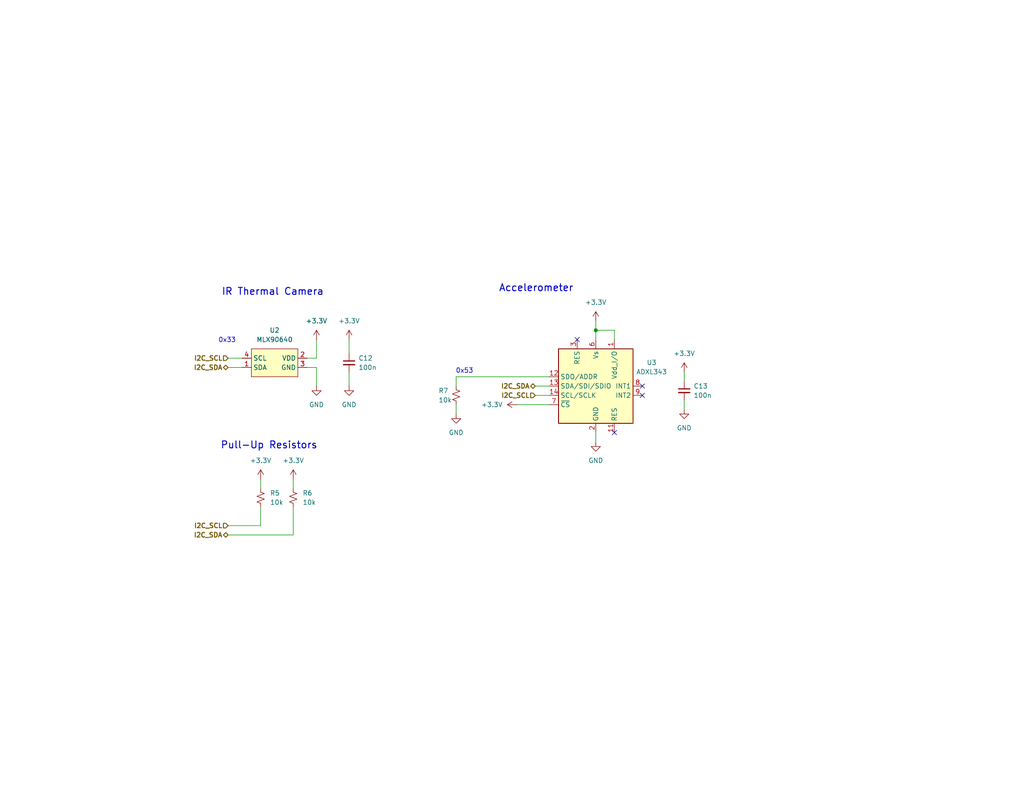
<source format=kicad_sch>
(kicad_sch (version 20250114) (generator "eeschema") (generator_version "9.0")
  (paper "USLetter")
  (title_block (title "Sensors") (rev "1.0"))
  (lib_symbols
    (symbol "Device:C_Small" (pin_numbers (hide yes)) (pin_names (offset 0.254) (hide yes))
      (property "Reference" "C" (at 0.254 1.778 0))
      (property "Value" "C_Small" (at 0.254 -2.032 0))
      (symbol "C_Small_0_1"
        (polyline (pts (xy -1.524 0.508) (xy 1.524 0.508)) (stroke (width 0.3048)))
        (polyline (pts (xy -1.524 -0.508) (xy 1.524 -0.508)) (stroke (width 0.3302)))
      )
      (symbol "C_Small_1_1"
        (pin passive line (at 0 2.54 270) (length 2.032) (name "~") (number "1"))
        (pin passive line (at 0 -2.54 90) (length 2.032) (name "~") (number "2"))
      )
    )
    (symbol "Device:R_Small_US" (pin_numbers (hide yes)) (pin_names (offset 0.254) (hide yes))
      (property "Reference" "R" (at 0.762 0.508 0))
      (property "Value" "R_Small_US" (at 0.762 -1.016 0))
      (symbol "R_Small_US_1_1"
        (polyline (pts (xy 0 1.524) (xy 1.016 1.143) (xy 0 0.762) (xy -1.016 0.381) (xy 0 0)))
        (polyline (pts (xy 0 0) (xy 1.016 -0.381) (xy 0 -0.762) (xy -1.016 -1.143) (xy 0 -1.524)))
        (pin passive line (at 0 2.54 270) (length 1.016) (name "~") (number "1"))
        (pin passive line (at 0 -2.54 90) (length 1.016) (name "~") (number "2"))
      )
    )
    (symbol "Sensor_Motion:ADXL343"
      (property "Reference" "U" (at -8.89 11.43 0))
      (property "Value" "ADXL343" (at -7.62 -11.43 0))
      (symbol "ADXL343_0_1"
        (rectangle (start -10.16 10.16) (end 10.16 -10.16) (stroke (width 0.254)) (fill (type background)))
      )
      (symbol "ADXL343_1_1"
        (pin bidirectional line (at -12.7 2.54 0) (length 2.54) (name "SDO/ADDR") (number "12"))
        (pin bidirectional line (at -12.7 0 0) (length 2.54) (name "SDA/SDI/SDIO") (number "13"))
        (pin input line (at -12.7 -2.54 0) (length 2.54) (name "SCL/SCLK") (number "14"))
        (pin input line (at -12.7 -5.08 0) (length 2.54) (name "~{CS}") (number "7"))
        (pin passive line (at -5.08 12.7 270) (length 2.54) (name "RES") (number "3"))
        (pin no_connect line (at -5.08 -10.16 90) (length 2.54) (hide yes) (name "NC") (number "10"))
        (pin power_in line (at 0 12.7 270) (length 2.54) (name "Vs") (number "6"))
        (pin power_in line (at 0 -12.7 90) (length 2.54) (name "GND") (number "2"))
        (pin passive line (at 0 -12.7 90) (length 2.54) (hide yes) (name "GND") (number "4"))
        (pin passive line (at 0 -12.7 90) (length 2.54) (hide yes) (name "GND") (number "5"))
        (pin power_in line (at 5.08 12.7 270) (length 2.54) (name "Vdd_I/O") (number "1"))
        (pin passive line (at 5.08 -12.7 90) (length 2.54) (name "RES") (number "11"))
        (pin output line (at 12.7 0 180) (length 2.54) (name "INT1") (number "8"))
        (pin output line (at 12.7 -2.54 180) (length 2.54) (name "INT2") (number "9"))
      )
    )
    (symbol "kjp_symlib:MLX90640"
      (property "Reference" "U" (at -5.588 7.112 0))
      (property "Value" "MLX90640" (at -1.524 5.08 0))
      (symbol "MLX90640_1_1"
        (rectangle (start -6.35 3.81) (end 6.35 -3.81) (fill (type background)))
        (pin input line (at -8.89 1.27 0) (length 2.54) (name "SCL") (number "4"))
        (pin bidirectional line (at -8.89 -1.27 0) (length 2.54) (name "SDA") (number "1"))
        (pin power_in line (at 8.89 1.27 180) (length 2.54) (name "VDD") (number "2"))
        (pin power_in line (at 8.89 -1.27 180) (length 2.54) (name "GND") (number "3"))
      )
    )
    (symbol "power:+3.3V" (power) (pin_numbers (hide yes)) (pin_names (offset 0) (hide yes))
      (property "Value" "+3.3V" (at 0 3.556 0))
      (symbol "+3.3V_0_1"
        (polyline (pts (xy -0.762 1.27) (xy 0 2.54)))
        (polyline (pts (xy 0 2.54) (xy 0.762 1.27)))
        (polyline (pts (xy 0 0) (xy 0 2.54)))
      )
      (symbol "+3.3V_1_1"
        (pin power_in line (at 0 0 90) (length 0) (name "~") (number "1"))
      )
    )
    (symbol "power:GND" (power) (pin_numbers (hide yes)) (pin_names (offset 0) (hide yes))
      (property "Value" "GND" (at 0 -3.81 0))
      (symbol "GND_0_1"
        (polyline (pts (xy 0 0) (xy 0 -1.27) (xy 1.27 -1.27) (xy 0 -2.54) (xy -1.27 -1.27) (xy 0 -1.27)))
      )
      (symbol "GND_1_1"
        (pin power_in line (at 0 0 270) (length 0) (name "~") (number "1"))
      )
    )
  )
  (text "0x53" (at 126.746 101.346 0) (effects (font (size 1.27 1.27) (thickness 0.1588))))
  (text "IR Thermal Camera" (at 74.422 79.756 0) (effects (font (size 1.905 1.905) (thickness 0.254) (bold yes))))
  (text "Accelerometer" (at 146.304 78.74 0) (effects (font (size 1.905 1.905) (thickness 0.254) (bold yes))))
  (text "0x33" (at 61.976 92.964 0) (effects (font (size 1.27 1.27) (thickness 0.1588))))
  (text "Pull-Up Resistors" (at 73.406 121.666 0) (effects (font (size 1.905 1.905) (thickness 0.254) (bold yes))))
  (junction (at 162.56 90.17))
  (no_connect (at 175.26 105.41))
  (no_connect (at 167.64 118.11))
  (no_connect (at 175.26 107.95))
  (no_connect (at 157.48 92.71))
  (wire (pts (xy 146.05 105.41) (xy 149.86 105.41)))
  (wire (pts (xy 80.01 130.81) (xy 80.01 133.35)))
  (wire (pts (xy 62.23 97.79) (xy 66.04 97.79)))
  (wire (pts (xy 86.36 92.71) (xy 86.36 97.79)))
  (wire (pts (xy 62.23 100.33) (xy 66.04 100.33)))
  (wire (pts (xy 71.12 138.43) (xy 71.12 143.51)))
  (wire (pts (xy 162.56 87.63) (xy 162.56 90.17)))
  (wire (pts (xy 80.01 138.43) (xy 80.01 146.05)))
  (wire (pts (xy 140.97 110.49) (xy 149.86 110.49)))
  (wire (pts (xy 95.25 92.71) (xy 95.25 96.52)))
  (wire (pts (xy 124.46 110.49) (xy 124.46 113.03)))
  (wire (pts (xy 86.36 100.33) (xy 83.82 100.33)))
  (wire (pts (xy 186.69 101.6) (xy 186.69 104.14)))
  (wire (pts (xy 86.36 105.41) (xy 86.36 100.33)))
  (wire (pts (xy 124.46 105.41) (xy 124.46 102.87)))
  (wire (pts (xy 186.69 109.22) (xy 186.69 111.76)))
  (wire (pts (xy 62.23 146.05) (xy 80.01 146.05)))
  (wire (pts (xy 62.23 143.51) (xy 71.12 143.51)))
  (wire (pts (xy 162.56 90.17) (xy 167.64 90.17)))
  (wire (pts (xy 162.56 118.11) (xy 162.56 120.65)))
  (wire (pts (xy 95.25 101.6) (xy 95.25 105.41)))
  (wire (pts (xy 124.46 102.87) (xy 149.86 102.87)))
  (wire (pts (xy 71.12 130.81) (xy 71.12 133.35)))
  (wire (pts (xy 162.56 90.17) (xy 162.56 92.71)))
  (wire (pts (xy 146.05 107.95) (xy 149.86 107.95)))
  (wire (pts (xy 86.36 97.79) (xy 83.82 97.79)))
  (wire (pts (xy 167.64 90.17) (xy 167.64 92.71)))
  (hierarchical_label "I2C_SDA" (shape bidirectional) (at 62.23 146.05 180) (effects (font (thickness 0.254) (bold yes))))
  (hierarchical_label "I2C_SCL" (shape input) (at 146.05 107.95 180) (effects (font (thickness 0.254) (bold yes))))
  (hierarchical_label "I2C_SCL" (shape input) (at 62.23 143.51 180) (effects (font (thickness 0.254) (bold yes))))
  (hierarchical_label "I2C_SDA" (shape bidirectional) (at 146.05 105.41 180) (effects (font (thickness 0.254) (bold yes))))
  (hierarchical_label "I2C_SCL" (shape input) (at 62.23 97.79 180) (effects (font (thickness 0.254) (bold yes))))
  (hierarchical_label "I2C_SDA" (shape bidirectional) (at 62.23 100.33 180) (effects (font (thickness 0.254) (bold yes))))
  (symbol (lib_id "Device:R_Small_US") (at 124.46 107.95 180) (unit 1)
    (property "Reference" "R7" (at 119.634 106.68 0) (effects (justify right)))
    (property "Value" "10k" (at 119.634 109.22 0) (effects (justify right)))
    (property "Footprint" "Resistor_SMD:R_0402_1005Metric" (effects (hide yes)))
    (property "Description" "Resistor, small US symbol" (effects (hide yes)))
  )
  (symbol (lib_id "power:GND") (at 162.56 120.65 0) (unit 1)
    (property "Reference" "#PWR029" (effects (hide yes)))
    (property "Value" "GND" (at 162.56 125.73 0))
    (property "Description" "Power symbol creates a global label with name \"GND\" , ground" (effects (hide yes)))
  )
  (symbol (lib_id "power:+3.3V") (at 95.25 92.71 0) (unit 1)
    (property "Reference" "#PWR024" (effects (hide yes)))
    (property "Value" "+3.3V" (at 95.25 87.63 0))
    (property "Description" "Power symbol creates a global label with name \"+3.3V\"" (effects (hide yes)))
  )
  (symbol (lib_id "power:+3.3V") (at 86.36 92.71 0) (unit 1)
    (property "Reference" "#PWR022" (effects (hide yes)))
    (property "Value" "+3.3V" (at 86.36 87.63 0))
    (property "Description" "Power symbol creates a global label with name \"+3.3V\"" (effects (hide yes)))
  )
  (symbol (lib_id "Device:C_Small") (at 186.69 106.68 0) (unit 1)
    (property "Reference" "C13" (at 189.23 105.4162 0) (effects (justify left)))
    (property "Value" "100n" (at 189.23 107.9562 0) (effects (justify left)))
    (property "Footprint" "Capacitor_SMD:C_0402_1005Metric" (effects (hide yes)))
    (property "Description" "Unpolarized capacitor, small symbol" (effects (hide yes)))
  )
  (symbol (lib_id "power:GND") (at 124.46 113.03 0) (unit 1)
    (property "Reference" "#PWR026" (effects (hide yes)))
    (property "Value" "GND" (at 124.46 118.11 0))
    (property "Description" "Power symbol creates a global label with name \"GND\" , ground" (effects (hide yes)))
  )
  (symbol (lib_id "Device:R_Small_US") (at 71.12 135.89 0) (unit 1)
    (property "Reference" "R5" (at 73.66 134.6199 0) (effects (justify left)))
    (property "Value" "10k" (at 73.66 137.1599 0) (effects (justify left)))
    (property "Footprint" "Resistor_SMD:R_0402_1005Metric" (effects (hide yes)))
    (property "Description" "Resistor, small US symbol" (effects (hide yes)))
  )
  (symbol (lib_id "power:+3.3V") (at 71.12 130.81 0) (unit 1)
    (property "Reference" "#PWR020" (effects (hide yes)))
    (property "Value" "+3.3V" (at 71.12 125.73 0))
    (property "Description" "Power symbol creates a global label with name \"+3.3V\"" (effects (hide yes)))
  )
  (symbol (lib_id "power:GND") (at 186.69 111.76 0) (unit 1)
    (property "Reference" "#PWR031" (effects (hide yes)))
    (property "Value" "GND" (at 186.69 116.84 0))
    (property "Description" "Power symbol creates a global label with name \"GND\" , ground" (effects (hide yes)))
  )
  (symbol (lib_id "kjp_symlib:MLX90640") (at 74.93 99.06 0) (unit 1)
    (property "Reference" "U2" (at 74.93 90.17 0))
    (property "Value" "MLX90640" (at 74.93 92.71 0))
    (property "Footprint" "kjp_fplib:MLX90640" (effects (hide yes)))
  )
  (symbol (lib_id "Sensor_Motion:ADXL343") (at 162.56 105.41 0) (unit 1)
    (property "Reference" "U3" (at 177.8 98.9898 0))
    (property "Value" "ADXL343" (at 177.8 101.5298 0))
    (property "Footprint" "Package_LGA:LGA-14_3x5mm_P0.8mm_LayoutBorder1x6y" (effects (hide yes)))
    (property "Datasheet" "https://www.analog.com/media/en/technical-documentation/data-sheets/ADXL343.pdf" (effects (hide yes)))
    (property "Description" "3-Axis MEMS Accelerometer, 2/4/8/16g range, I2C/SPI, LGA-14" (effects (hide yes)))
  )
  (symbol (lib_id "power:+3.3V") (at 140.97 110.49 90) (unit 1)
    (property "Reference" "#PWR027" (effects (hide yes)))
    (property "Value" "+3.3V" (at 137.16 110.4899 90) (effects (justify left)))
    (property "Description" "Power symbol creates a global label with name \"+3.3V\"" (effects (hide yes)))
  )
  (symbol (lib_id "power:+3.3V") (at 162.56 87.63 0) (unit 1)
    (property "Reference" "#PWR028" (effects (hide yes)))
    (property "Value" "+3.3V" (at 162.56 82.55 0))
    (property "Description" "Power symbol creates a global label with name \"+3.3V\"" (effects (hide yes)))
  )
  (symbol (lib_id "power:+3.3V") (at 80.01 130.81 0) (unit 1)
    (property "Reference" "#PWR021" (effects (hide yes)))
    (property "Value" "+3.3V" (at 80.01 125.73 0))
    (property "Description" "Power symbol creates a global label with name \"+3.3V\"" (effects (hide yes)))
  )
  (symbol (lib_id "Device:C_Small") (at 95.25 99.06 0) (unit 1)
    (property "Reference" "C12" (at 97.79 97.7962 0) (effects (justify left)))
    (property "Value" "100n" (at 97.79 100.3362 0) (effects (justify left)))
    (property "Footprint" "Capacitor_SMD:C_0402_1005Metric" (effects (hide yes)))
    (property "Description" "Unpolarized capacitor, small symbol" (effects (hide yes)))
  )
  (symbol (lib_id "power:GND") (at 86.36 105.41 0) (unit 1)
    (property "Reference" "#PWR023" (effects (hide yes)))
    (property "Value" "GND" (at 86.36 110.49 0))
    (property "Description" "Power symbol creates a global label with name \"GND\" , ground" (effects (hide yes)))
  )
  (symbol (lib_id "power:+3.3V") (at 186.69 101.6 0) (unit 1)
    (property "Reference" "#PWR030" (effects (hide yes)))
    (property "Value" "+3.3V" (at 186.69 96.52 0))
    (property "Description" "Power symbol creates a global label with name \"+3.3V\"" (effects (hide yes)))
  )
  (symbol (lib_id "Device:R_Small_US") (at 80.01 135.89 0) (unit 1)
    (property "Reference" "R6" (at 82.55 134.6199 0) (effects (justify left)))
    (property "Value" "10k" (at 82.55 137.1599 0) (effects (justify left)))
    (property "Footprint" "Resistor_SMD:R_0402_1005Metric" (effects (hide yes)))
    (property "Description" "Resistor, small US symbol" (effects (hide yes)))
  )
  (symbol (lib_id "power:GND") (at 95.25 105.41 0) (unit 1)
    (property "Reference" "#PWR025" (effects (hide yes)))
    (property "Value" "GND" (at 95.25 110.49 0))
    (property "Description" "Power symbol creates a global label with name \"GND\" , ground" (effects (hide yes)))
  )
)
</source>
